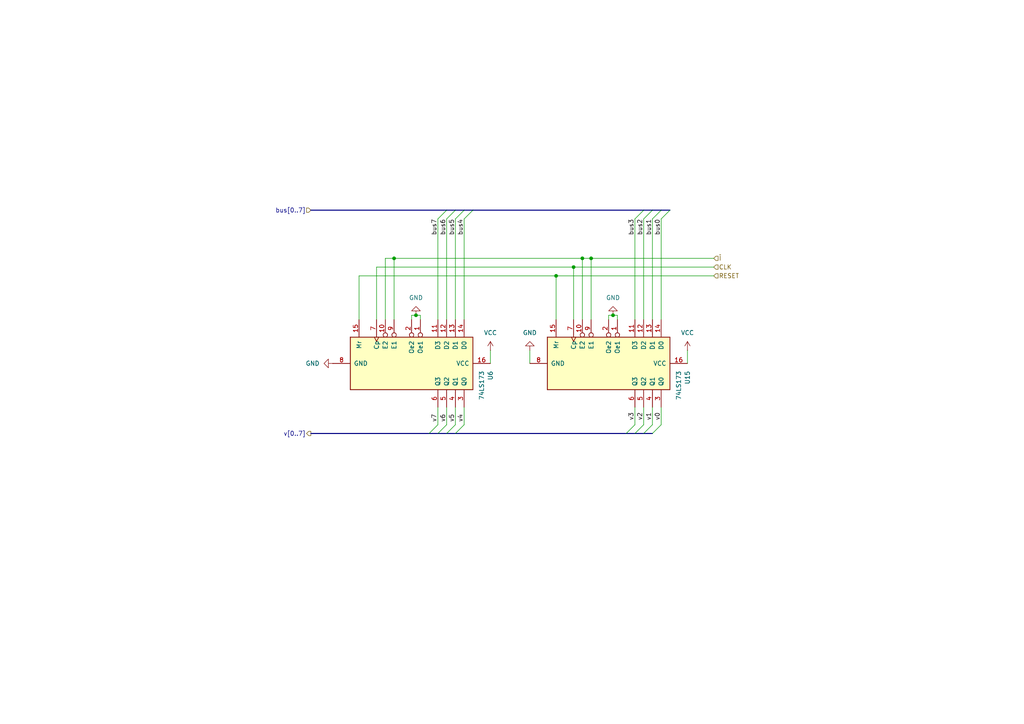
<source format=kicad_sch>
(kicad_sch (version 20250114) (generator "eeschema") (generator_version "9.0")
  (paper "A4")
  (lib_symbols
    (symbol "74xx:74LS173" (pin_names (offset 1.016))
      (property "Reference" "U" (at -7.62 19.05 0))
      (property "Value" "74LS173" (at -7.62 -19.05 0))
      (symbol "74LS173_1_0"
        (pin input line (at -12.7 15.24 0) (length 5.08) (name "D0") (number "14"))
        (pin input line (at -12.7 12.7 0) (length 5.08) (name "D1") (number "13"))
        (pin input line (at -12.7 10.16 0) (length 5.08) (name "D2") (number "12"))
        (pin input line (at -12.7 7.62 0) (length 5.08) (name "D3") (number "11"))
        (pin input inverted (at -12.7 2.54 0) (length 5.08) (name "Oe1") (number "1"))
        (pin input inverted (at -12.7 0 0) (length 5.08) (name "Oe2") (number "2"))
        (pin input inverted (at -12.7 -5.08 0) (length 5.08) (name "E1") (number "9"))
        (pin input inverted (at -12.7 -7.62 0) (length 5.08) (name "E2") (number "10"))
        (pin input clock (at -12.7 -10.16 0) (length 5.08) (name "Cp") (number "7"))
        (pin input line (at -12.7 -15.24 0) (length 5.08) (name "Mr") (number "15"))
        (pin power_in line (at 0 22.86 270) (length 5.08) (name "VCC") (number "16"))
        (pin power_in line (at 0 -22.86 90) (length 5.08) (name "GND") (number "8"))
        (pin tri_state line (at 12.7 15.24 180) (length 5.08) (name "Q0") (number "3"))
        (pin tri_state line (at 12.7 12.7 180) (length 5.08) (name "Q1") (number "4"))
        (pin tri_state line (at 12.7 10.16 180) (length 5.08) (name "Q2") (number "5"))
        (pin tri_state line (at 12.7 7.62 180) (length 5.08) (name "Q3") (number "6"))
      )
      (symbol "74LS173_1_1"
        (rectangle (start -7.62 17.78) (end 7.62 -17.78) (stroke (width 0.254)) (fill (type background)))
      )
    )
    (symbol "power:GND" (power) (pin_numbers (hide yes)) (pin_names (offset 0) (hide yes))
      (property "Value" "GND" (at 0 -3.81 0))
      (symbol "GND_0_1"
        (polyline (pts (xy 0 0) (xy 0 -1.27) (xy 1.27 -1.27) (xy 0 -2.54) (xy -1.27 -1.27) (xy 0 -1.27)))
      )
      (symbol "GND_1_1"
        (pin power_in line (at 0 0 270) (length 0) (name "~") (number "1"))
      )
    )
    (symbol "power:VCC" (power) (pin_numbers (hide yes)) (pin_names (offset 0) (hide yes))
      (property "Value" "VCC" (at 0 3.556 0))
      (symbol "VCC_0_1"
        (polyline (pts (xy -0.762 1.27) (xy 0 2.54)))
        (polyline (pts (xy 0 2.54) (xy 0.762 1.27)))
        (polyline (pts (xy 0 0) (xy 0 2.54)))
      )
      (symbol "VCC_1_1"
        (pin power_in line (at 0 0 90) (length 0) (name "~") (number "1"))
      )
    )
  )
  (junction (at 171.45 74.93))
  (junction (at 168.91 74.93))
  (junction (at 120.65 91.44))
  (junction (at 161.29 80.01))
  (junction (at 177.8 91.44))
  (junction (at 166.37 77.47))
  (junction (at 114.3 74.93))
  (bus_entry (at 189.23 60.96) (size -2.54 2.54))
  (bus_entry (at 184.15 123.19) (size -2.54 2.54))
  (bus_entry (at 191.77 123.19) (size -2.54 2.54))
  (bus_entry (at 129.54 60.96) (size -2.54 2.54))
  (bus_entry (at 137.16 60.96) (size -2.54 2.54))
  (bus_entry (at 189.23 123.19) (size -2.54 2.54))
  (bus_entry (at 191.77 60.96) (size -2.54 2.54))
  (bus_entry (at 132.08 123.19) (size -2.54 2.54))
  (bus_entry (at 134.62 123.19) (size -2.54 2.54))
  (bus_entry (at 186.69 60.96) (size -2.54 2.54))
  (bus_entry (at 134.62 60.96) (size -2.54 2.54))
  (bus_entry (at 186.69 123.19) (size -2.54 2.54))
  (bus_entry (at 129.54 123.19) (size -2.54 2.54))
  (bus_entry (at 132.08 60.96) (size -2.54 2.54))
  (bus_entry (at 127 123.19) (size -2.54 2.54))
  (bus_entry (at 194.31 60.96) (size -2.54 2.54))
  (wire (pts (xy 132.08 118.11) (xy 132.08 123.19)))
  (bus (pts (xy 90.17 60.96) (xy 129.54 60.96)))
  (bus (pts (xy 90.17 125.73) (xy 124.46 125.73)))
  (wire (pts (xy 191.77 118.11) (xy 191.77 123.19)))
  (bus (pts (xy 129.54 60.96) (xy 132.08 60.96)))
  (wire (pts (xy 104.14 80.01) (xy 161.29 80.01)))
  (wire (pts (xy 114.3 74.93) (xy 114.3 92.71)))
  (wire (pts (xy 134.62 118.11) (xy 134.62 123.19)))
  (wire (pts (xy 161.29 80.01) (xy 161.29 92.71)))
  (wire (pts (xy 129.54 63.5) (xy 129.54 92.71)))
  (bus (pts (xy 129.54 125.73) (xy 127 125.73)))
  (wire (pts (xy 186.69 118.11) (xy 186.69 123.19)))
  (wire (pts (xy 111.76 74.93) (xy 114.3 74.93)))
  (wire (pts (xy 171.45 74.93) (xy 207.01 74.93)))
  (wire (pts (xy 189.23 63.5) (xy 189.23 92.71)))
  (wire (pts (xy 129.54 118.11) (xy 129.54 123.19)))
  (wire (pts (xy 166.37 77.47) (xy 166.37 92.71)))
  (bus (pts (xy 189.23 60.96) (xy 186.69 60.96)))
  (bus (pts (xy 132.08 125.73) (xy 181.61 125.73)))
  (wire (pts (xy 142.24 101.6) (xy 142.24 105.41)))
  (wire (pts (xy 184.15 118.11) (xy 184.15 123.19)))
  (wire (pts (xy 132.08 63.5) (xy 132.08 92.71)))
  (wire (pts (xy 153.67 101.6) (xy 153.67 105.41)))
  (bus (pts (xy 189.23 125.73) (xy 186.69 125.73)))
  (wire (pts (xy 109.22 92.71) (xy 109.22 77.47)))
  (bus (pts (xy 181.61 125.73) (xy 184.15 125.73)))
  (bus (pts (xy 194.31 60.96) (xy 191.77 60.96)))
  (wire (pts (xy 176.53 91.44) (xy 176.53 92.71)))
  (bus (pts (xy 127 125.73) (xy 124.46 125.73)))
  (wire (pts (xy 104.14 80.01) (xy 104.14 92.71)))
  (wire (pts (xy 114.3 74.93) (xy 168.91 74.93)))
  (bus (pts (xy 137.16 60.96) (xy 134.62 60.96)))
  (bus (pts (xy 134.62 60.96) (xy 132.08 60.96)))
  (wire (pts (xy 189.23 118.11) (xy 189.23 123.19)))
  (wire (pts (xy 161.29 80.01) (xy 207.01 80.01)))
  (wire (pts (xy 166.37 77.47) (xy 207.01 77.47)))
  (wire (pts (xy 127 118.11) (xy 127 123.19)))
  (wire (pts (xy 119.38 91.44) (xy 120.65 91.44)))
  (wire (pts (xy 134.62 63.5) (xy 134.62 92.71)))
  (bus (pts (xy 189.23 60.96) (xy 191.77 60.96)))
  (wire (pts (xy 184.15 63.5) (xy 184.15 92.71)))
  (wire (pts (xy 177.8 91.44) (xy 179.07 91.44)))
  (wire (pts (xy 179.07 91.44) (xy 179.07 92.71)))
  (wire (pts (xy 186.69 63.5) (xy 186.69 92.71)))
  (wire (pts (xy 176.53 91.44) (xy 177.8 91.44)))
  (wire (pts (xy 121.92 91.44) (xy 121.92 92.71)))
  (wire (pts (xy 191.77 63.5) (xy 191.77 92.71)))
  (wire (pts (xy 168.91 74.93) (xy 171.45 74.93)))
  (wire (pts (xy 109.22 77.47) (xy 166.37 77.47)))
  (wire (pts (xy 119.38 91.44) (xy 119.38 92.71)))
  (bus (pts (xy 129.54 125.73) (xy 132.08 125.73)))
  (wire (pts (xy 171.45 74.93) (xy 171.45 92.71)))
  (wire (pts (xy 111.76 92.71) (xy 111.76 74.93)))
  (wire (pts (xy 127 63.5) (xy 127 92.71)))
  (wire (pts (xy 120.65 91.44) (xy 121.92 91.44)))
  (wire (pts (xy 168.91 74.93) (xy 168.91 92.71)))
  (bus (pts (xy 184.15 125.73) (xy 186.69 125.73)))
  (wire (pts (xy 199.39 101.6) (xy 199.39 105.41)))
  (bus (pts (xy 137.16 60.96) (xy 186.69 60.96)))
  (label "v6" (at 129.54 122.3961 90))
  (label "bus4" (at 134.62 63.5 270))
  (label "bus2" (at 186.69 63.5 270))
  (label "v7" (at 127 122.3961 90))
  (label "bus5" (at 132.08 63.5 270))
  (label "bus1" (at 189.23 63.5 270))
  (label "bus0" (at 191.77 63.5 270))
  (label "v1" (at 189.23 121.92 90))
  (label "v0" (at 191.77 121.92 90))
  (label "v3" (at 184.15 121.92 90))
  (label "bus3" (at 184.15 63.5 270))
  (label "v2" (at 186.69 121.92 90))
  (label "bus6" (at 129.54 63.5 270))
  (label "v5" (at 132.08 122.3961 90))
  (label "v4" (at 134.62 122.3961 90))
  (label "bus7" (at 127 63.5 270))
  (hierarchical_label "v[0..7]" (shape output) (at 90.17 125.73 180))
  (hierarchical_label "~{I}" (shape input) (at 207.01 74.93 0))
  (hierarchical_label "bus[0..7]" (shape input) (at 90.17 60.96 180))
  (hierarchical_label "RESET" (shape input) (at 207.01 80.01 0))
  (hierarchical_label "CLK" (shape input) (at 207.01 77.47 0))
  (symbol (lib_id "power:VCC") (at 142.24 101.6 0) (unit 1)
    (property "Reference" "#PWR08" (effects (hide yes)))
    (property "Value" "VCC" (at 142.24 96.52 0))
    (property "Description" "Power symbol creates a global label with name \"VCC\"" (effects (hide yes)))
    (instances (project "comp1" (path "" (reference "#PWR037") (unit 1)) (path "" (reference "#PWR08") (unit 1)) (path "" (reference "#PWR015") (unit 1)) (path "" (reference "#PWR041") (unit 1)) (path "" (reference "#PWR052") (unit 1))))
  )
  (symbol (lib_id "power:GND") (at 96.52 105.41 270) (unit 1)
    (property "Reference" "#PWR04" (effects (hide yes)))
    (property "Value" "GND" (at 92.71 105.4099 90) (effects (justify right)))
    (property "Description" "Power symbol creates a global label with name \"GND\" , ground" (effects (hide yes)))
    (instances (project "comp1" (path "" (reference "#PWR020") (unit 1)) (path "" (reference "#PWR04") (unit 1)) (path "" (reference "#PWR013") (unit 1)) (path "" (reference "#PWR039") (unit 1)) (path "" (reference "#PWR050") (unit 1))))
  )
  (symbol (lib_id "power:GND") (at 120.65 91.44 180) (unit 1)
    (property "Reference" "#PWR06" (effects (hide yes)))
    (property "Value" "GND" (at 120.65 86.36 0))
    (property "Description" "Power symbol creates a global label with name \"GND\" , ground" (effects (hide yes)))
    (instances (project "comp1" (path "" (reference "#PWR036") (unit 1)) (path "" (reference "#PWR06") (unit 1)) (path "" (reference "#PWR014") (unit 1)) (path "" (reference "#PWR05") (unit 1)) (path "" (reference "#PWR051") (unit 1))))
  )
  (symbol (lib_id "74xx:74LS173") (at 119.38 105.41 270) (unit 1)
    (property "Reference" "U1" (at 142.24 107.5533 0) (effects (justify left)))
    (property "Value" "74LS173" (at 139.7 107.5533 0) (effects (justify left)))
    (property "Footprint" "Package_DIP:DIP-16_W7.62mm" (effects (hide yes)))
    (property "Datasheet" "http://www.ti.com/lit/gpn/sn74LS173" (effects (hide yes)))
    (property "Description" "4-bit D-type Register, 3 state out" (effects (hide yes)))
    (instances (project "comp1" (path "" (reference "U6") (unit 1)) (path "" (reference "U1") (unit 1)) (path "" (reference "U3") (unit 1)) (path "" (reference "U16") (unit 1)) (path "" (reference "U19") (unit 1))))
  )
  (symbol (lib_id "power:GND") (at 153.67 101.6 180) (unit 1)
    (property "Reference" "#PWR09" (effects (hide yes)))
    (property "Value" "GND" (at 153.67 96.52 0))
    (property "Description" "Power symbol creates a global label with name \"GND\" , ground" (effects (hide yes)))
    (instances (project "comp1" (path "" (reference "#PWR038") (unit 1)) (path "" (reference "#PWR09") (unit 1)) (path "" (reference "#PWR016") (unit 1)) (path "" (reference "#PWR042") (unit 1)) (path "" (reference "#PWR053") (unit 1))))
  )
  (symbol (lib_id "power:GND") (at 177.8 91.44 180) (unit 1)
    (property "Reference" "#PWR011" (effects (hide yes)))
    (property "Value" "GND" (at 177.8 86.36 0))
    (property "Description" "Power symbol creates a global label with name \"GND\" , ground" (effects (hide yes)))
    (instances (project "comp1" (path "" (reference "#PWR040") (unit 1)) (path "" (reference "#PWR011") (unit 1)) (path "" (reference "#PWR018") (unit 1)) (path "" (reference "#PWR043") (unit 1)) (path "" (reference "#PWR054") (unit 1))))
  )
  (symbol (lib_id "power:VCC") (at 199.39 101.6 0) (unit 1)
    (property "Reference" "#PWR012" (effects (hide yes)))
    (property "Value" "VCC" (at 199.39 96.52 0))
    (property "Description" "Power symbol creates a global label with name \"VCC\"" (effects (hide yes)))
    (instances (project "comp1" (path "" (reference "#PWR044") (unit 1)) (path "" (reference "#PWR012") (unit 1)) (path "" (reference "#PWR019") (unit 1)) (path "" (reference "#PWR010") (unit 1)) (path "" (reference "#PWR055") (unit 1))))
  )
  (symbol (lib_id "74xx:74LS173") (at 176.53 105.41 270) (unit 1)
    (property "Reference" "U2" (at 199.39 107.5533 0) (effects (justify left)))
    (property "Value" "74LS173" (at 196.85 107.5533 0) (effects (justify left)))
    (property "Footprint" "Package_DIP:DIP-16_W7.62mm" (effects (hide yes)))
    (property "Datasheet" "http://www.ti.com/lit/gpn/sn74LS173" (effects (hide yes)))
    (property "Description" "4-bit D-type Register, 3 state out" (effects (hide yes)))
    (instances (project "comp1" (path "" (reference "U15") (unit 1)) (path "" (reference "U2") (unit 1)) (path "" (reference "U5") (unit 1)) (path "" (reference "U17") (unit 1)) (path "" (reference "U20") (unit 1))))
  )
)
</source>
